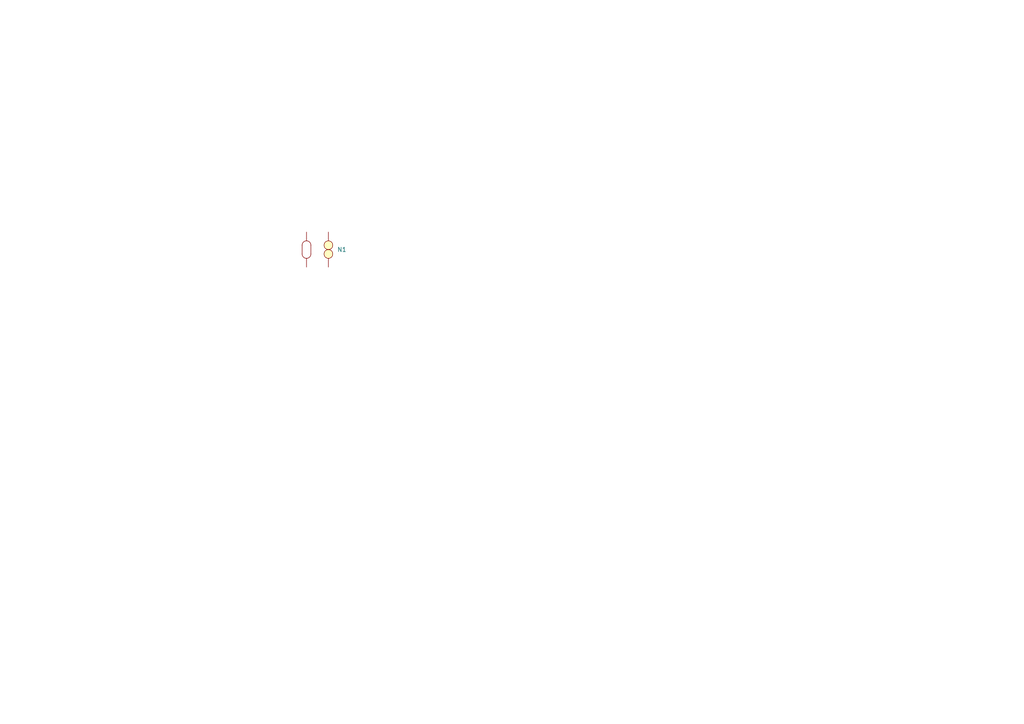
<source format=kicad_sch>
(kicad_sch (version 20250114) (generator "eeschema") (generator_version "9.0")
  (paper "A4")
  (lib_symbols
    (symbol "SLiCAP:N" (pin_numbers (hide yes)) (pin_names (offset 0) (hide yes))
      (property "Reference" "N?" (at 1.905 0 0))
      (symbol "N_0_1"
        (polyline (pts (xy -7.62 1.27) (xy -7.62 -1.27)))
        (arc (start -5.08 -1.27) (mid -5.452 -2.168) (end -6.35 -2.54))
        (arc (start -6.3499 2.5401) (mid -5.4519 2.1681) (end -5.0799 1.2701))
        (arc (start -6.35 -2.54) (mid -7.248 -2.168) (end -7.62 -1.27))
        (arc (start -7.6199 1.2701) (mid -7.2479 2.1681) (end -6.3499 2.5401))
      )
      (symbol "N_1_0"
        (pin power_out line (at 0 5.08 270) (length 2.54) (name "outP") (number "1"))
        (pin power_out line (at 0 -5.08 90) (length 2.54) (name "outN") (number "2"))
      )
      (symbol "N_1_1"
        (polyline (pts (xy -5.08 1.27) (xy -5.08 -1.27)) (fill (type background)))
        (circle (center 0 1.27) (radius 1.27) (fill (type background)))
        (circle (center 0 -1.27) (radius 1.27) (fill (type background)))
        (pin input line (at -6.35 5.08 270) (length 2.54) (name "inp") (number "3"))
        (pin input line (at -6.35 -5.08 90) (length 2.54) (name "inN") (number "4"))
      )
    )
  )
  (symbol (lib_id "SLiCAP:N") (at 95.25 72.39 0) (unit 1)
    (property "Reference" "N1" (at 97.79 72.3898 0) (effects (justify left)))
    (property "Description" "Nullor" (effects (hide yes)))
    (property "model" "N" (effects (hide yes)))
  )
)
</source>
